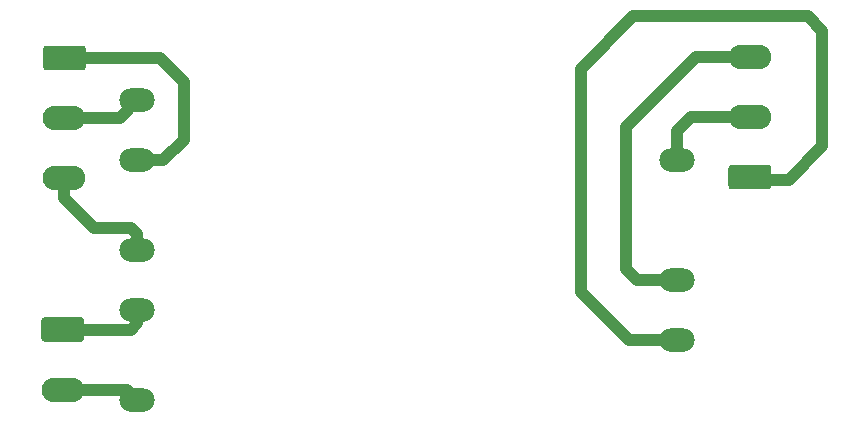
<source format=gbr>
%TF.GenerationSoftware,KiCad,Pcbnew,(5.1.6)-1*%
%TF.CreationDate,2021-09-02T16:17:24+02:00*%
%TF.ProjectId,SKA40,534b4134-302e-46b6-9963-61645f706362,rev?*%
%TF.SameCoordinates,Original*%
%TF.FileFunction,Copper,L2,Bot*%
%TF.FilePolarity,Positive*%
%FSLAX46Y46*%
G04 Gerber Fmt 4.6, Leading zero omitted, Abs format (unit mm)*
G04 Created by KiCad (PCBNEW (5.1.6)-1) date 2021-09-02 16:17:24*
%MOMM*%
%LPD*%
G01*
G04 APERTURE LIST*
%TA.AperFunction,ComponentPad*%
%ADD10O,3.600000X2.080000*%
%TD*%
%TA.AperFunction,ComponentPad*%
%ADD11O,3.000000X2.000000*%
%TD*%
%TA.AperFunction,Conductor*%
%ADD12C,1.000000*%
%TD*%
G04 APERTURE END LIST*
%TO.P,J1,1*%
%TO.N,/Vin+*%
%TA.AperFunction,ComponentPad*%
G36*
G01*
X173535941Y-66244340D02*
X170435939Y-66244340D01*
G75*
G02*
X170185940Y-65994341I0J249999D01*
G01*
X170185940Y-64414339D01*
G75*
G02*
X170435939Y-64164340I249999J0D01*
G01*
X173535941Y-64164340D01*
G75*
G02*
X173785940Y-64414339I0J-249999D01*
G01*
X173785940Y-65994341D01*
G75*
G02*
X173535941Y-66244340I-249999J0D01*
G01*
G37*
%TD.AperFunction*%
D10*
%TO.P,J1,2*%
%TO.N,/RC*%
X171985940Y-60124340D03*
%TO.P,J1,3*%
%TO.N,/Vin-*%
X171985940Y-55044340D03*
%TD*%
%TO.P,J2,1*%
%TO.N,/RS+*%
%TA.AperFunction,ComponentPad*%
G36*
G01*
X112267399Y-77072620D02*
X115367401Y-77072620D01*
G75*
G02*
X115617400Y-77322619I0J-249999D01*
G01*
X115617400Y-78902621D01*
G75*
G02*
X115367401Y-79152620I-249999J0D01*
G01*
X112267399Y-79152620D01*
G75*
G02*
X112017400Y-78902621I0J249999D01*
G01*
X112017400Y-77322619D01*
G75*
G02*
X112267399Y-77072620I249999J0D01*
G01*
G37*
%TD.AperFunction*%
%TO.P,J2,2*%
%TO.N,/RS-*%
X113817400Y-83192620D03*
%TD*%
%TO.P,J3,3*%
%TO.N,/Vout+*%
X113967260Y-65283080D03*
%TO.P,J3,2*%
%TO.N,/Trim*%
X113967260Y-60203080D03*
%TO.P,J3,1*%
%TO.N,/Vout-*%
%TA.AperFunction,ComponentPad*%
G36*
G01*
X112417259Y-54083080D02*
X115517261Y-54083080D01*
G75*
G02*
X115767260Y-54333079I0J-249999D01*
G01*
X115767260Y-55913081D01*
G75*
G02*
X115517261Y-56163080I-249999J0D01*
G01*
X112417259Y-56163080D01*
G75*
G02*
X112167260Y-55913081I0J249999D01*
G01*
X112167260Y-54333079D01*
G75*
G02*
X112417259Y-54083080I249999J0D01*
G01*
G37*
%TD.AperFunction*%
%TD*%
D11*
%TO.P,U1,1*%
%TO.N,/RC*%
X165861041Y-63772860D03*
%TO.P,U1,2*%
%TO.N,/Vin-*%
X165861041Y-73932860D03*
%TO.P,U1,3*%
%TO.N,/Vin+*%
X165861041Y-79012860D03*
%TO.P,U1,7*%
%TO.N,/Vout-*%
X120141041Y-63772860D03*
%TO.P,U1,8*%
%TO.N,/Trim*%
X120141041Y-58692860D03*
%TO.P,U1,6*%
%TO.N,/Vout+*%
X120141041Y-71392860D03*
%TO.P,U1,5*%
%TO.N,/RS+*%
X120141041Y-76472860D03*
%TO.P,U1,4*%
%TO.N,/RS-*%
X120141041Y-84092860D03*
%TD*%
D12*
%TO.N,/Vin+*%
X165861041Y-79012860D02*
X161771140Y-79012860D01*
X161771140Y-79012860D02*
X157665420Y-74907140D01*
X157665420Y-74907140D02*
X157665420Y-56019700D01*
X157665420Y-56019700D02*
X162095180Y-51589940D01*
X162095180Y-51589940D02*
X176890680Y-51589940D01*
X176890680Y-51589940D02*
X178127660Y-52826920D01*
X178127660Y-52826920D02*
X178127660Y-62608460D01*
X178127660Y-62608460D02*
X175318420Y-65417700D01*
X172199300Y-65417700D02*
X171985940Y-65204340D01*
X175318420Y-65417700D02*
X172199300Y-65417700D01*
%TO.N,/RC*%
X165861041Y-63772860D02*
X165861041Y-61280999D01*
X167017700Y-60124340D02*
X171985940Y-60124340D01*
X165861041Y-61280999D02*
X167017700Y-60124340D01*
%TO.N,/Vin-*%
X171985940Y-55044340D02*
X167444420Y-55044340D01*
X167444420Y-55044340D02*
X161500820Y-60987940D01*
X161500820Y-60987940D02*
X161500820Y-73007220D01*
X162426460Y-73932860D02*
X165861041Y-73932860D01*
X161500820Y-73007220D02*
X162426460Y-73932860D01*
%TO.N,/RS-*%
X119240801Y-83192620D02*
X120141041Y-84092860D01*
X113817400Y-83192620D02*
X119240801Y-83192620D01*
%TO.N,/RS+*%
X120141041Y-76472860D02*
X120141041Y-77552239D01*
X119580660Y-78112620D02*
X113817400Y-78112620D01*
X120141041Y-77552239D02*
X119580660Y-78112620D01*
%TO.N,/Vout-*%
X120141041Y-63772860D02*
X122332940Y-63772860D01*
X122332940Y-63772860D02*
X124058680Y-62047120D01*
X124058680Y-62047120D02*
X124058680Y-57129680D01*
X122052080Y-55123080D02*
X113967260Y-55123080D01*
X124058680Y-57129680D02*
X122052080Y-55123080D01*
%TO.N,/Trim*%
X118630821Y-60203080D02*
X120141041Y-58692860D01*
X113967260Y-60203080D02*
X118630821Y-60203080D01*
%TO.N,/Vout+*%
X120141041Y-70047161D02*
X120141041Y-71392860D01*
X119578120Y-69484240D02*
X120141041Y-70047161D01*
X116497100Y-69484240D02*
X119578120Y-69484240D01*
X113967260Y-65283080D02*
X113967260Y-66954400D01*
X113967260Y-66954400D02*
X116497100Y-69484240D01*
%TD*%
M02*

</source>
